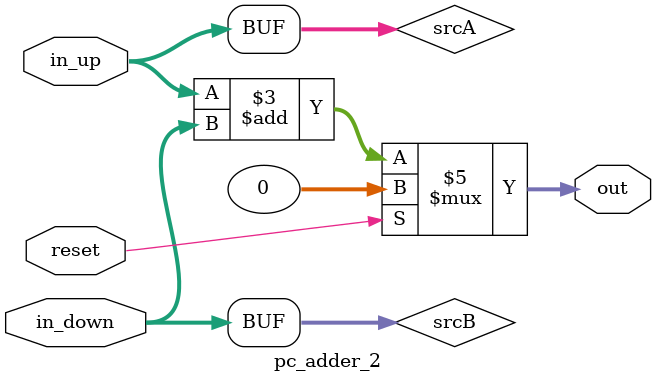
<source format=v>
`timescale 1ns / 1ps


module pc_adder_2(
//compulsory input
    input [31:0] in_up,
    input [31:0] in_down,
//compulsory output
    output reg [31:0] out,
// my inout
    input reset
    );
    
    reg signed [31:0] srcA;
    reg signed [31:0] srcB;
    
    always @ (*) begin
        srcA = in_up;
        srcB = in_down;
        if (reset == 1) begin
            out = 0;
        end
        else begin
//            out = in_up + in_down;
            out = srcA + srcB;
        end
    end
endmodule

</source>
